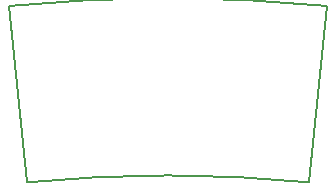
<source format=gbr>
%TF.GenerationSoftware,KiCad,Pcbnew,8.0.2-1*%
%TF.CreationDate,2024-10-11T13:21:46+02:00*%
%TF.ProjectId,PUMA_PCB_REV2,50554d41-5f50-4434-925f-524556322e6b,rev?*%
%TF.SameCoordinates,Original*%
%TF.FileFunction,Profile,NP*%
%FSLAX46Y46*%
G04 Gerber Fmt 4.6, Leading zero omitted, Abs format (unit mm)*
G04 Created by KiCad (PCBNEW 8.0.2-1) date 2024-10-11 13:21:46*
%MOMM*%
%LPD*%
G01*
G04 APERTURE LIST*
%TA.AperFunction,Profile*%
%ADD10C,0.200000*%
%TD*%
G04 APERTURE END LIST*
D10*
X88034347Y-98585907D02*
X86559706Y-83651104D01*
X111963400Y-98581377D02*
X113434836Y-83650568D01*
X88034347Y-98585908D02*
G75*
G02*
X111962980Y-98585645I11965653J-121414092D01*
G01*
X86559706Y-83651104D02*
G75*
G02*
X113434834Y-83650566I13440294J-136348896D01*
G01*
M02*

</source>
